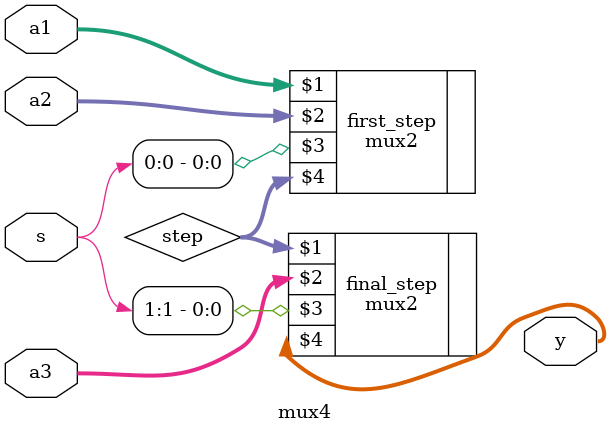
<source format=sv>
module mux4 (input [7:0] a1, a2, a3,
             input [1:0] s,
             output [7:0] y);
    wire [7:0] step;
    mux2 first_step(a1, a2, s[0], step);
    mux2 final_step(step, a3, s[1], y);
endmodule
</source>
